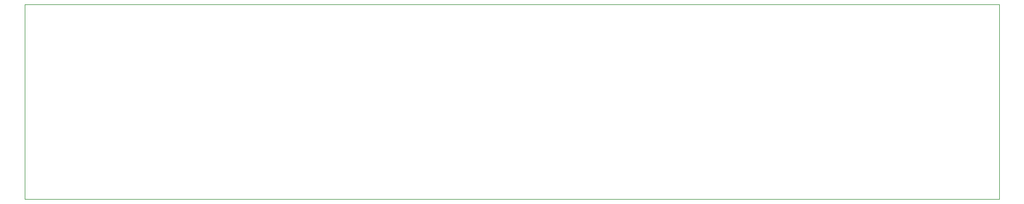
<source format=gbr>
%TF.GenerationSoftware,KiCad,Pcbnew,8.0.2*%
%TF.CreationDate,2024-11-24T23:12:59+01:00*%
%TF.ProjectId,megabiels,6d656761-6269-4656-9c73-2e6b69636164,rev?*%
%TF.SameCoordinates,Original*%
%TF.FileFunction,Profile,NP*%
%FSLAX46Y46*%
G04 Gerber Fmt 4.6, Leading zero omitted, Abs format (unit mm)*
G04 Created by KiCad (PCBNEW 8.0.2) date 2024-11-24 23:12:59*
%MOMM*%
%LPD*%
G01*
G04 APERTURE LIST*
%TA.AperFunction,Profile*%
%ADD10C,0.050000*%
%TD*%
G04 APERTURE END LIST*
D10*
X40000000Y-78000000D02*
X190000000Y-78000000D01*
X190000000Y-108000000D01*
X40000000Y-108000000D01*
X40000000Y-78000000D01*
M02*

</source>
